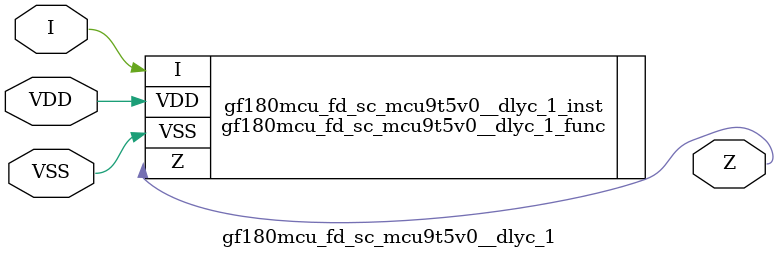
<source format=v>

module gf180mcu_fd_sc_mcu9t5v0__dlyc_1( I, Z, VDD, VSS );
input I;
inout VDD, VSS;
output Z;

   `ifdef FUNCTIONAL  //  functional //

	gf180mcu_fd_sc_mcu9t5v0__dlyc_1_func gf180mcu_fd_sc_mcu9t5v0__dlyc_1_behav_inst(.I(I),.Z(Z),.VDD(VDD),.VSS(VSS));

   `else

	gf180mcu_fd_sc_mcu9t5v0__dlyc_1_func gf180mcu_fd_sc_mcu9t5v0__dlyc_1_inst(.I(I),.Z(Z),.VDD(VDD),.VSS(VSS));

	// spec_gates_begin


	// spec_gates_end



   specify

	// specify_block_begin

	// comb arc I --> Z
	 (I => Z) = (1.0,1.0);

	// specify_block_end

   endspecify

   `endif

endmodule

</source>
